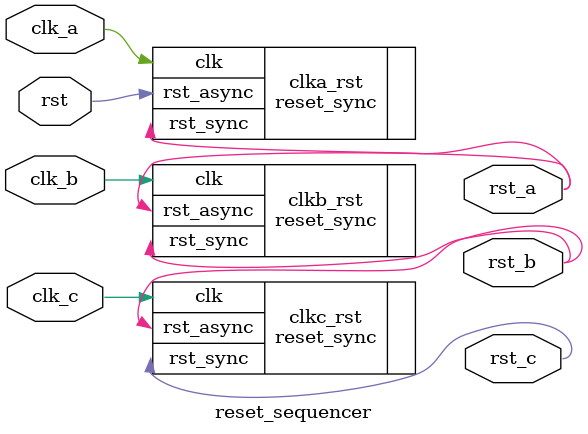
<source format=v>
`timescale 1ns/1ps
module reset_sequencer(
    input wire clk_a,
    input wire clk_b,
    input wire clk_c,
    input wire rst,
    // output rest sequence
    output wire rst_a,
    output wire rst_b,
    output wire rst_c
);
/***********************************************************
    reset sequencer
    reset remove sequence:
    rst_a -> rst_b -> rst_c

************************************************************/

reset_sync   clka_rst(
    .clk        (clk_a),
    .rst_async  (rst),
    .rst_sync   (rst_a)
);

reset_sync   clkb_rst(
    .clk        (clk_b),
    .rst_async  (rst_a),
    .rst_sync   (rst_b)
);

reset_sync   clkc_rst(
    .clk        (clk_c),
    .rst_async  (rst_b),
    .rst_sync   (rst_c)
);

endmodule
</source>
